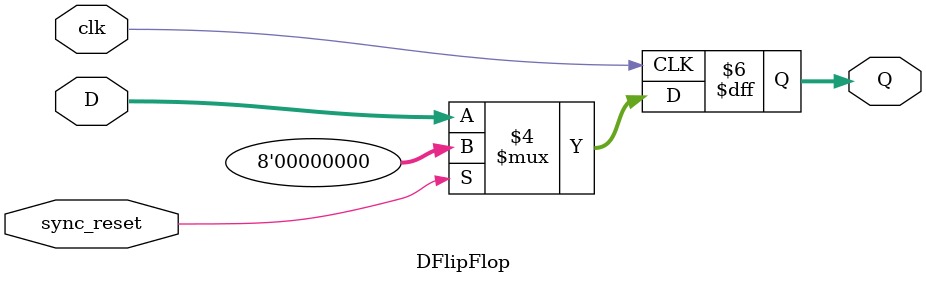
<source format=v>
module DFlipFlop #(
    parameter NUM_BITS = 8
) (
    input
        clk,
        sync_reset,
    input wire[NUM_BITS-1:0]
        D,
    output reg[NUM_BITS-1:0]
        Q
);

always @(posedge clk) begin
    if(sync_reset==1'b1) begin
        // Due to the syntax of verilog, we can't avoid hard-coding the number "8" below
        Q <= 8'b0;
    end else begin
        Q <= D;
    end
end

endmodule
</source>
